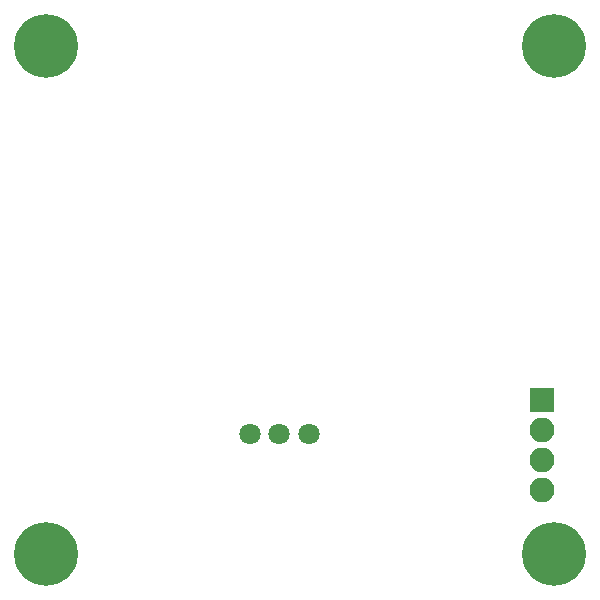
<source format=gbr>
G04 #@! TF.FileFunction,Soldermask,Bot*
%FSLAX46Y46*%
G04 Gerber Fmt 4.6, Leading zero omitted, Abs format (unit mm)*
G04 Created by KiCad (PCBNEW 4.0.5) date 03/18/17 14:23:22*
%MOMM*%
%LPD*%
G01*
G04 APERTURE LIST*
%ADD10C,0.100000*%
%ADD11C,1.797000*%
%ADD12C,5.400000*%
%ADD13R,2.100000X2.100000*%
%ADD14O,2.100000X2.100000*%
G04 APERTURE END LIST*
D10*
D11*
X20246640Y-35825000D03*
X25245360Y-35825000D03*
X22746000Y-35825000D03*
D12*
X46000000Y-46000000D03*
X3000000Y-46000000D03*
X3000000Y-3000000D03*
X46000000Y-3000000D03*
D13*
X45000000Y-33000000D03*
D14*
X45000000Y-35540000D03*
X45000000Y-38080000D03*
X45000000Y-40620000D03*
M02*

</source>
